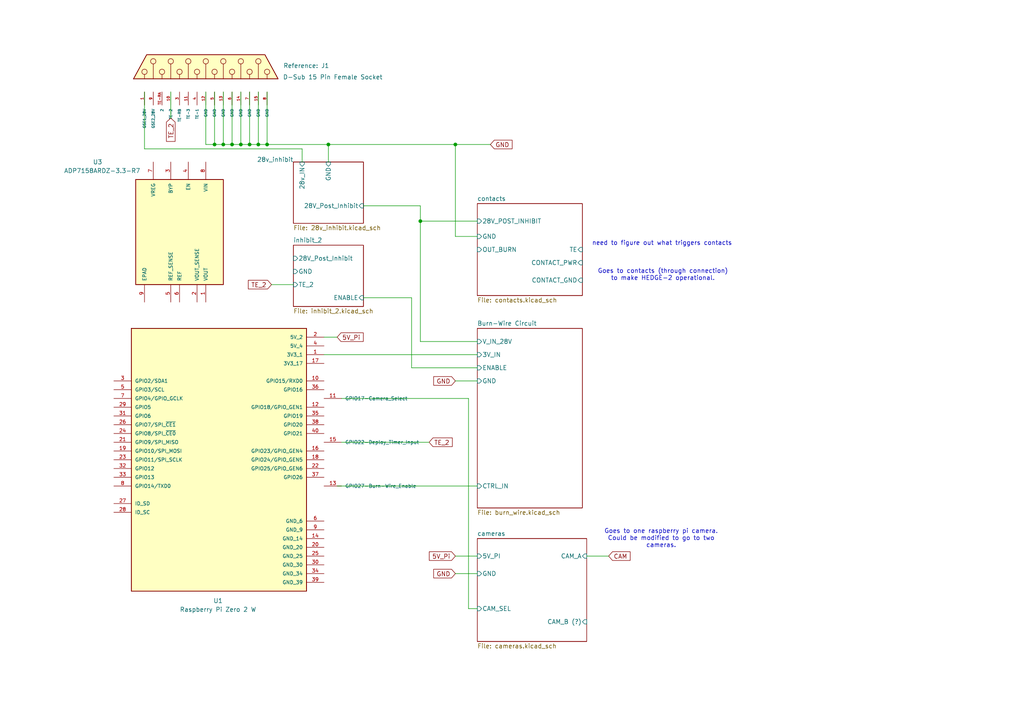
<source format=kicad_sch>
(kicad_sch (version 20250114) (generator "eeschema") (generator_version "9.0")
  (paper "A4")
  (lib_symbols
    (symbol "ADP7158ARDZ-3.3-R7:ADP7158ARDZ-3.3-R7" (pin_names (offset 1.016))
      (property "Reference" "U" (at -15.24 13.335 0))
      (property "Value" "ADP7158ARDZ-3.3-R7" (at -15.24 -15.24 0))
      (symbol "ADP7158ARDZ-3.3-R7_0_0"
        (rectangle (start -15.24 -12.7) (end 15.24 12.7) (stroke (width 0.254)) (fill (type background)))
        (pin input line (at -20.32 7.62 0) (length 5.08) (name "VIN") (number "8"))
        (pin input line (at -20.32 2.54 0) (length 5.08) (name "EN") (number "4"))
        (pin passive line (at -20.32 -2.54 0) (length 5.08) (name "BYP") (number "3"))
        (pin passive line (at -20.32 -7.62 0) (length 5.08) (name "VREG") (number "7"))
        (pin output line (at 20.32 7.62 180) (length 5.08) (name "VOUT") (number "1"))
        (pin output line (at 20.32 5.08 180) (length 5.08) (name "VOUT_SENSE") (number "2"))
        (pin output line (at 20.32 0 180) (length 5.08) (name "REF") (number "6"))
        (pin input line (at 20.32 -2.54 180) (length 5.08) (name "REF_SENSE") (number "5"))
        (pin power_in line (at 20.32 -10.16 180) (length 5.08) (name "EPAD") (number "9"))
      )
    )
    (symbol "Connector:DA15_Socket" (pin_names (offset 1.016))
      (property "Reference" "J1" (at 5.842 -3.556 90) (show_name))
      (property "Value" "D-Sub 15 Pin Female Socket" (at -18.288 23.876 0))
      (symbol "DA15_Socket_0_1"
        (polyline (pts (xy -3.81 20.955) (xy 3.175 17.145) (xy 3.175 -17.145) (xy -3.81 -20.955) (xy -3.81 20.955)) (stroke (width 0.254)) (fill (type background)))
        (polyline (pts (xy -3.81 17.78) (xy -2.54 17.78)))
        (polyline (pts (xy -3.81 15.24) (xy 0.508 15.24)))
        (polyline (pts (xy -3.81 12.7) (xy -2.54 12.7)))
        (polyline (pts (xy -3.81 10.16) (xy 0.508 10.16)))
        (polyline (pts (xy -3.81 7.62) (xy -2.54 7.62)))
        (polyline (pts (xy -3.81 5.08) (xy 0.508 5.08)))
        (polyline (pts (xy -3.81 2.54) (xy -2.54 2.54)))
        (polyline (pts (xy -3.81 0) (xy 0.508 0)))
        (polyline (pts (xy -3.81 -2.54) (xy -2.54 -2.54)))
        (polyline (pts (xy -3.81 -5.08) (xy 0.508 -5.08)))
        (polyline (pts (xy -3.81 -7.62) (xy -2.54 -7.62)))
        (polyline (pts (xy -3.81 -10.16) (xy 0.508 -10.16)))
        (polyline (pts (xy -3.81 -12.7) (xy -2.54 -12.7)))
        (polyline (pts (xy -3.81 -15.24) (xy 0.508 -15.24)))
        (polyline (pts (xy -3.81 -17.78) (xy -2.54 -17.78)))
        (circle (center -1.778 17.78) (radius 0.762))
        (circle (center -1.778 12.7) (radius 0.762))
        (circle (center -1.778 7.62) (radius 0.762))
        (circle (center -1.778 2.54) (radius 0.762))
        (circle (center -1.778 -2.54) (radius 0.762))
        (circle (center -1.778 -7.62) (radius 0.762))
        (circle (center -1.778 -12.7) (radius 0.762))
        (circle (center -1.778 -17.78) (radius 0.762))
        (circle (center 1.27 15.24) (radius 0.762))
        (circle (center 1.27 10.16) (radius 0.762))
        (circle (center 1.27 5.08) (radius 0.762))
        (circle (center 1.27 0) (radius 0.762))
        (circle (center 1.27 -5.08) (radius 0.762))
        (circle (center 1.27 -10.16) (radius 0.762))
        (circle (center 1.27 -15.24) (radius 0.762))
      )
      (symbol "DA15_Socket_1_1"
        (pin passive line (at -7.62 17.78 180) (length 3.81) (name "GSE1_28V") (number "1"))
        (pin passive line (at -7.62 15.24 180) (length 3.81) (name "GSE2_28V") (number "9"))
        (pin passive line (at -7.62 12.7 180) (length 3.81) (name "2") (number "TE-RA"))
        (pin passive line (at -7.62 10.16 180) (length 3.81) (name "TE-2") (number "10"))
        (pin passive line (at -7.62 7.62 180) (length 3.81) (name "TE-RB") (number "3"))
        (pin passive line (at -7.62 5.08 180) (length 3.81) (name "TE-3") (number "11"))
        (pin passive line (at -7.62 2.54 180) (length 3.81) (name "TE-1") (number "4"))
        (pin passive line (at -7.62 0 180) (length 3.81) (name "GND") (number "12"))
        (pin passive line (at -7.62 -2.54 180) (length 3.81) (name "GND") (number "5"))
        (pin passive line (at -7.62 -5.08 180) (length 3.81) (name "GND") (number "13"))
        (pin passive line (at -7.62 -7.62 180) (length 3.81) (name "GND") (number "6"))
        (pin passive line (at -7.62 -10.16 180) (length 3.81) (name "GND") (number "14"))
        (pin passive line (at -7.62 -12.7 180) (length 3.81) (name "GND") (number "7"))
        (pin passive line (at -7.62 -15.24 180) (length 3.81) (name "GND") (number "15"))
        (pin passive line (at -7.62 -17.78 180) (length 3.81) (name "GND") (number "8"))
      )
    )
    (symbol "SC1176:SC1176" (pin_names (offset 1.016))
      (property "Reference" "U1" (at 0 43.18 0))
      (property "Value" "Raspberry Pi Zero 2 W" (at 0 40.64 0))
      (symbol "SC1176_0_0"
        (rectangle (start -25.4 -38.1) (end 25.4 38.1) (stroke (width 0.254)) (fill (type background)))
        (pin bidirectional line (at -30.48 22.86 0) (length 5.08) (name "GPIO2/SDA1") (number "3"))
        (pin bidirectional line (at -30.48 20.32 0) (length 5.08) (name "GPIO3/SCL") (number "5"))
        (pin bidirectional line (at -30.48 17.78 0) (length 5.08) (name "GPIO4/GPIO_GCLK") (number "7"))
        (pin bidirectional line (at -30.48 15.24 0) (length 5.08) (name "GPIO5") (number "29"))
        (pin bidirectional line (at -30.48 12.7 0) (length 5.08) (name "GPIO6") (number "31"))
        (pin bidirectional line (at -30.48 10.16 0) (length 5.08) (name "GPIO7/SPI_~{CE1}") (number "26"))
        (pin bidirectional line (at -30.48 7.62 0) (length 5.08) (name "GPIO8/SPI_~{CE0}") (number "24"))
        (pin bidirectional line (at -30.48 5.08 0) (length 5.08) (name "GPIO9/SPI_MISO") (number "21"))
        (pin bidirectional line (at -30.48 2.54 0) (length 5.08) (name "GPIO10/SPI_MOSI") (number "19"))
        (pin bidirectional line (at -30.48 0 0) (length 5.08) (name "GPIO11/SPI_SCLK") (number "23"))
        (pin bidirectional line (at -30.48 -2.54 0) (length 5.08) (name "GPIO12") (number "32"))
        (pin bidirectional line (at -30.48 -5.08 0) (length 5.08) (name "GPIO13") (number "33"))
        (pin bidirectional line (at -30.48 -7.62 0) (length 5.08) (name "GPIO14/TXD0") (number "8"))
        (pin bidirectional line (at -30.48 -12.7 0) (length 5.08) (name "ID_SD") (number "27"))
        (pin bidirectional line (at -30.48 -15.24 0) (length 5.08) (name "ID_SC") (number "28"))
        (pin power_in line (at 30.48 35.56 180) (length 5.08) (name "5V_2") (number "2"))
        (pin power_in line (at 30.48 33.02 180) (length 5.08) (name "5V_4") (number "4"))
        (pin power_in line (at 30.48 30.48 180) (length 5.08) (name "3V3_1") (number "1"))
        (pin power_in line (at 30.48 27.94 180) (length 5.08) (name "3V3_17") (number "17"))
        (pin bidirectional line (at 30.48 22.86 180) (length 5.08) (name "GPIO15/RXD0") (number "10"))
        (pin bidirectional line (at 30.48 20.32 180) (length 5.08) (name "GPIO16") (number "36"))
        (pin bidirectional line (at 30.48 15.24 180) (length 5.08) (name "GPIO18/GPIO_GEN1") (number "12"))
        (pin bidirectional line (at 30.48 12.7 180) (length 5.08) (name "GPIO19") (number "35"))
        (pin bidirectional line (at 30.48 10.16 180) (length 5.08) (name "GPIO20") (number "38"))
        (pin bidirectional line (at 30.48 7.62 180) (length 5.08) (name "GPIO21") (number "40"))
        (pin bidirectional line (at 30.48 2.54 180) (length 5.08) (name "GPIO23/GPIO_GEN4") (number "16"))
        (pin bidirectional line (at 30.48 0 180) (length 5.08) (name "GPIO24/GPIO_GEN5") (number "18"))
        (pin bidirectional line (at 30.48 -2.54 180) (length 5.08) (name "GPIO25/GPIO_GEN6") (number "22"))
        (pin bidirectional line (at 30.48 -5.08 180) (length 5.08) (name "GPIO26") (number "37"))
        (pin power_in line (at 30.48 -17.78 180) (length 5.08) (name "GND_6") (number "6"))
        (pin power_in line (at 30.48 -20.32 180) (length 5.08) (name "GND_9") (number "9"))
        (pin power_in line (at 30.48 -22.86 180) (length 5.08) (name "GND_14") (number "14"))
        (pin power_in line (at 30.48 -25.4 180) (length 5.08) (name "GND_20") (number "20"))
        (pin power_in line (at 30.48 -27.94 180) (length 5.08) (name "GND_25") (number "25"))
        (pin power_in line (at 30.48 -30.48 180) (length 5.08) (name "GND_30") (number "30"))
        (pin power_in line (at 30.48 -33.02 180) (length 5.08) (name "GND_34") (number "34"))
        (pin power_in line (at 30.48 -35.56 180) (length 5.08) (name "GND_39") (number "39"))
      )
      (symbol "SC1176_1_0"
        (pin bidirectional line (at 30.48 17.78 0) (length 5.08) (name "GPIO17-Camera_Select") (number "11"))
        (pin bidirectional line (at 30.48 5.08 0) (length 5.08) (name "GPIO22-Deploy_Timer_Input") (number "15"))
        (pin bidirectional line (at 30.48 -7.62 0) (length 5.08) (name "GPIO27-Burn-Wire_Enable") (number "13"))
      )
    )
  )
  (text "need to figure out what triggers contacts" (at 192.024 70.612 0) (effects (font (size 1.27 1.27))))
  (text "Goes to one raspberry pi camera.\nCould be modified to go to two\ncameras." (at 191.77 156.21 0) (effects (font (size 1.27 1.27))))
  (text "Goes to contacts (through connection)\nto make HEDGE-2 operational.\n" (at 192.278 79.756 0) (effects (font (size 1.27 1.27))))
  (junction (at 95.25 41.91))
  (junction (at 121.92 64.135))
  (junction (at 72.39 41.91))
  (junction (at 69.85 41.91))
  (junction (at 74.93 41.91))
  (junction (at 67.31 41.91))
  (junction (at 62.23 41.91))
  (junction (at 64.77 41.91))
  (junction (at 132.08 41.91))
  (junction (at 77.47 41.91))
  (wire (pts (xy 135.89 176.53) (xy 138.43 176.53)))
  (wire (pts (xy 93.98 102.87) (xy 138.43 102.87)))
  (wire (pts (xy 78.74 82.55) (xy 85.09 82.55)))
  (wire (pts (xy 72.39 41.91) (xy 74.93 41.91)))
  (wire (pts (xy 93.98 97.79) (xy 97.79 97.79)))
  (wire (pts (xy 77.47 41.91) (xy 95.25 41.91)))
  (wire (pts (xy 62.23 26.67) (xy 62.23 41.91)))
  (wire (pts (xy 69.85 26.67) (xy 69.85 41.91)))
  (wire (pts (xy 132.08 161.29) (xy 138.43 161.29)))
  (wire (pts (xy 49.53 26.67) (xy 49.53 34.29)))
  (wire (pts (xy 87.63 43.18) (xy 87.63 46.99)))
  (wire (pts (xy 132.08 68.58) (xy 132.08 41.91)))
  (wire (pts (xy 119.38 106.68) (xy 138.43 106.68)))
  (wire (pts (xy 119.38 86.36) (xy 119.38 106.68)))
  (wire (pts (xy 74.93 41.91) (xy 77.47 41.91)))
  (wire (pts (xy 138.43 68.58) (xy 132.08 68.58)))
  (wire (pts (xy 41.91 26.67) (xy 41.91 43.18)))
  (wire (pts (xy 67.31 41.91) (xy 69.85 41.91)))
  (wire (pts (xy 132.08 41.91) (xy 142.24 41.91)))
  (wire (pts (xy 95.25 41.91) (xy 132.08 41.91)))
  (wire (pts (xy 132.08 110.49) (xy 138.43 110.49)))
  (wire (pts (xy 59.69 26.67) (xy 59.69 41.91)))
  (wire (pts (xy 72.39 26.67) (xy 72.39 41.91)))
  (wire (pts (xy 135.89 115.57) (xy 135.89 176.53)))
  (wire (pts (xy 62.23 41.91) (xy 64.77 41.91)))
  (wire (pts (xy 64.77 26.67) (xy 64.77 41.91)))
  (wire (pts (xy 105.41 59.69) (xy 121.92 59.69)))
  (wire (pts (xy 99.06 128.27) (xy 124.46 128.27)))
  (wire (pts (xy 64.77 41.91) (xy 67.31 41.91)))
  (wire (pts (xy 132.08 166.37) (xy 138.43 166.37)))
  (wire (pts (xy 69.85 41.91) (xy 72.39 41.91)))
  (wire (pts (xy 41.91 43.18) (xy 87.63 43.18)))
  (wire (pts (xy 121.92 64.135) (xy 138.43 64.135)))
  (wire (pts (xy 77.47 26.67) (xy 77.47 41.91)))
  (wire (pts (xy 67.31 26.67) (xy 67.31 41.91)))
  (wire (pts (xy 121.92 99.06) (xy 138.43 99.06)))
  (wire (pts (xy 105.41 86.36) (xy 119.38 86.36)))
  (wire (pts (xy 170.18 161.29) (xy 176.53 161.29)))
  (wire (pts (xy 95.25 41.91) (xy 95.25 46.99)))
  (wire (pts (xy 62.23 41.91) (xy 59.69 41.91)))
  (wire (pts (xy 121.92 64.135) (xy 121.92 99.06)))
  (wire (pts (xy 97.79 140.97) (xy 138.43 140.97)))
  (wire (pts (xy 121.92 59.69) (xy 121.92 64.135)))
  (wire (pts (xy 135.89 115.57) (xy 99.06 115.57)))
  (wire (pts (xy 74.93 26.67) (xy 74.93 41.91)))
  (global_label "TE_2" (shape input) (at 78.74 82.55 180) (property "Intersheetrefs" "${INTERSHEET_REFS}" (effects (hide yes))))
  (global_label "GND" (shape input) (at 142.24 41.91 0) (property "Intersheetrefs" "${INTERSHEET_REFS}" (effects (hide yes))))
  (global_label "TE_2" (shape input) (at 49.53 34.29 270) (property "Intersheetrefs" "${INTERSHEET_REFS}" (effects (hide yes))))
  (global_label "5V_Pi" (shape input) (at 97.79 97.79 0) (property "Intersheetrefs" "${INTERSHEET_REFS}" (effects (hide yes))))
  (global_label "5V_Pi" (shape input) (at 132.08 161.29 180) (property "Intersheetrefs" "${INTERSHEET_REFS}" (effects (hide yes))))
  (global_label "CAM" (shape input) (at 176.53 161.29 0) (property "Intersheetrefs" "${INTERSHEET_REFS}" (effects (hide yes))))
  (global_label "GND" (shape input) (at 132.08 110.49 180) (property "Intersheetrefs" "${INTERSHEET_REFS}" (effects (hide yes))))
  (global_label "TE_2" (shape input) (at 124.46 128.27 0) (property "Intersheetrefs" "${INTERSHEET_REFS}" (effects (hide yes))))
  (global_label "GND" (shape input) (at 132.08 166.37 180) (property "Intersheetrefs" "${INTERSHEET_REFS}" (effects (hide yes))))
  (symbol (lib_id "ADP7158ARDZ-3.3-R7:ADP7158ARDZ-3.3-R7") (at 52.07 67.31 270) (unit 1)
    (property "Reference" "U3" (at 26.924 46.99 90) (effects (justify left)))
    (property "Value" "ADP7158ARDZ-3.3-R7" (at 18.542 49.53 90) (effects (justify left)))
    (property "Footprint" "ADP7158ARDZ-3.3-R7:SOIC127P600X175-9N" (effects (hide yes)))
    (property "MF" "Analog Devices" (effects (hide yes)))
    (property "MAXIMUM_PACKAGE_HEIGHT" "1.75 mm" (effects (hide yes)))
    (property "Package" "SOIC -8 Analog Devices" (effects (hide yes)))
    (property "Price" "None" (effects (hide yes)))
    (property "Check_prices" "https://www.snapeda.com/parts/ADP7158ARDZ-3.3-R7/Analog+Devices/view-part/?ref=eda" (effects (hide yes)))
    (property "STANDARD" "IPC 7351B" (effects (hide yes)))
    (property "PARTREV" "C" (effects (hide yes)))
    (property "SnapEDA_Link" "https://www.snapeda.com/parts/ADP7158ARDZ-3.3-R7/Analog+Devices/view-part/?ref=snap" (effects (hide yes)))
    (property "MP" "ADP7158ARDZ-3.3-R7" (effects (hide yes)))
    (property "Description_1" "2 A, Ultralow Noise, High PSRR, Fixed Output, RF Linear Regulator" (effects (hide yes)))
    (property "MANUFACTURER" "ANALOG DEVICES" (effects (hide yes)))
    (property "Availability" "In Stock" (effects (hide yes)))
    (property "SNAPEDA_PN" "ADP7158ARDZ-3.3-R7" (effects (hide yes)))
  )
  (symbol (lib_id "SC1176:SC1176") (at 63.5 133.35 0) (unit 1)
    (property "Reference" "U1" (at 63.246 174.244 0))
    (property "Value" "Raspberry Pi Zero 2 W" (at 63.246 176.784 0))
    (property "Footprint" "Raspberry Pi Zero 2 W:MODULE_SC1176" (effects (hide yes)))
    (property "DigiKey_Part_Number" "2648-SC1176-ND" (effects (hide yes)))
    (property "SnapEDA_Link" "https://www.snapeda.com/parts/SC1176/Raspberry+Pi/view-part/?ref=snap" (effects (hide yes)))
    (property "Description_1" "The Raspberry Pi Zero 2 W SC1176 single board computer features a 1GHz quad-core Broadcom BCM2710A1 Arm Cortex-A53 processor and 512MB of RAM, making it a powerful solution for embedded computing applications. With 40 digital I/O lines and multiple expansion options including Bluetooth 4.2, BLE, HAT GPIO, and LAN, this SBC offers extensive connectivity and flexibility. Its compact size of 2.600 x 1.180 (66.04mm x 29.97mm) makes it ideal for space-constrained projects. Video outputs include Composite and HDMI, and it features a microSD storage interface and a USB 2.0 OTG port." (effects (hide yes)))
    (property "Package" "None" (effects (hide yes)))
    (property "Check_prices" "https://www.snapeda.com/parts/SC1176/Raspberry+Pi/view-part/?ref=eda" (effects (hide yes)))
    (property "STANDARD" "Manufacturer Recommendations" (effects (hide yes)))
    (property "PARTREV" "April 2024" (effects (hide yes)))
    (property "MF" "Raspberry Pi" (effects (hide yes)))
    (property "MP" "SC1176" (effects (hide yes)))
    (property "MANUFACTURER" "Raspberry Pi" (effects (hide yes)))
  )
  (symbol (lib_id "Connector:DA15_Socket") (at 59.69 19.05 90) (unit 1)
    (property "Reference" "J1" (at 95.504 19.05 90) (show_name yes) (effects (justify left)))
    (property "Value" "D-Sub 15 Pin Female Socket" (at 110.998 22.352 90) (effects (justify left)))
    (property "Footprint" "Connector_Dsub:DSUB-15-HD_Socket_Vertical_P2.29x1.98mm_MountingHoles" (effects (hide yes)))
    (property "Description" "15-pin D-SUB connector, socket (female) (low-density/2 columns)" (effects (hide yes)))
  )
  (sheet (at 138.43 156.21) (size 31.75 29.845) (stroke (width 0.1524))
    (property "Sheetname" "cameras" (at 138.43 155.4984 0) (effects (justify left bottom)))
    (property "Sheetfile" "cameras.kicad_sch" (at 138.43 186.6396 0) (effects (justify left top)))
    (pin "CAM_B (?)" input (at 170.18 180.34 0))
    (pin "5V_PI" input (at 138.43 161.29 180))
    (pin "CAM_A" input (at 170.18 161.29 0))
    (pin "CAM_SEL" input (at 138.43 176.53 180))
    (pin "GND" input (at 138.43 166.37 180))
  )
  (sheet (at 85.09 46.99) (size 20.32 17.78) (stroke (width 0.1524))
    (property "Sheetname" "28v_inhibit" (at 85.09 46.2784 0) (effects (justify right)))
    (property "Sheetfile" "28v_inhibit.kicad_sch" (at 85.09 65.3546 0) (effects (justify left top)))
    (pin "28V_Post_Inhibit" input (at 105.41 59.69 0))
    (pin "28v_IN" input (at 87.63 46.99 90))
    (pin "GND" input (at 95.25 46.99 90))
  )
  (sheet (at 138.43 59.055) (size 30.48 26.67) (stroke (width 0.1524))
    (property "Sheetname" "contacts" (at 138.43 58.3434 0) (effects (justify left bottom)))
    (property "Sheetfile" "contacts.kicad_sch" (at 138.43 86.3096 0) (effects (justify left top)))
    (pin "28V_POST_INHIBIT" input (at 138.43 64.135 180))
    (pin "CONTACT_GND" input (at 168.91 81.28 0))
    (pin "CONTACT_PWR" input (at 168.91 76.2 0))
    (pin "TE" input (at 168.91 72.39 0))
    (pin "OUT_BURN" input (at 138.43 72.39 180))
    (pin "GND" input (at 138.43 68.58 180))
  )
  (sheet (at 138.43 95.25) (size 30.48 52.07) (stroke (width 0.1524))
    (property "Sheetname" "Burn-Wire Circuit" (at 138.43 94.5384 0) (effects (justify left bottom)))
    (property "Sheetfile" "burn_wire.kicad_sch" (at 138.43 147.9046 0) (effects (justify left top)))
    (pin "CTRL_IN" input (at 138.43 140.97 180))
    (pin "GND" input (at 138.43 110.49 180))
    (pin "V_IN_28V" input (at 138.43 99.06 180))
    (pin "3V_IN" input (at 138.43 102.87 180))
    (pin "ENABLE" input (at 138.43 106.68 180))
  )
  (sheet (at 85.09 71.12) (size 20.32 17.78) (stroke (width 0.1524))
    (property "Sheetname" "inhibit_2" (at 85.09 70.4084 0) (effects (justify left bottom)))
    (property "Sheetfile" "inhibit_2.kicad_sch" (at 85.09 89.4846 0) (effects (justify left top)))
    (pin "28V_Post_Inhibit" input (at 85.09 74.93 180))
    (pin "GND" input (at 85.09 78.74 180))
    (pin "TE_2" input (at 85.09 82.55 180))
    (pin "ENABLE" input (at 105.41 86.36 0))
  )
)
</source>
